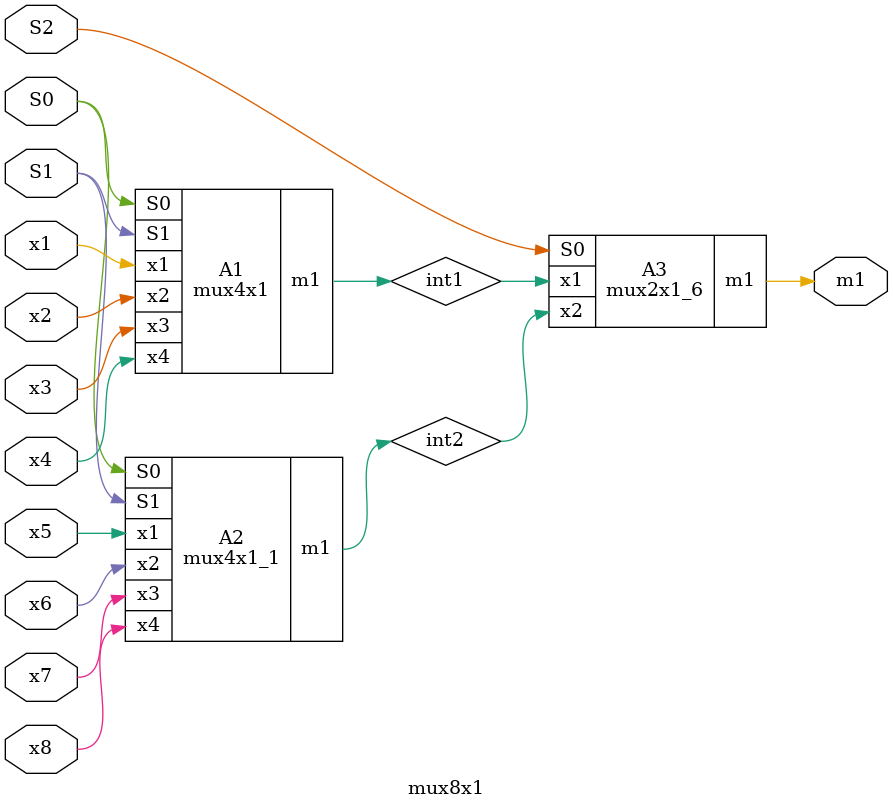
<source format=v>
/*
###############################################################
#  Generated by:      Cadence Innovus 16.21-s078_1
#  OS:                Linux x86_64(Host ID client02)
#  Generated on:      Fri Sep 13 03:11:40 2019
#  Design:            mux8x1
#  Command:           saveNetlist mux8x1-netlist.v
###############################################################
*/
// Generated by Cadence Genus(TM) Synthesis Solution 16.21-s018_1
// Generated on: Sep 12 2019 02:32:33 IST (Sep 11 2019 21:02:33 UTC)
// Verification Directory fv/mux8x1 
module mux2x1 (
	S0, 
	x1, 
	x2, 
	m1);
   input S0;
   input x1;
   input x2;
   output m1;

   MX2X1 g23 (.A(x1),
	.B(x2),
	.S0(S0),
	.Y(m1));
endmodule

module mux2x1_1 (
	S0, 
	x1, 
	x2, 
	m1);
   input S0;
   input x1;
   input x2;
   output m1;

   MX2X1 g23 (.A(x1),
	.B(x2),
	.S0(S0),
	.Y(m1));
endmodule

module mux2x1_2 (
	S0, 
	x1, 
	x2, 
	m1);
   input S0;
   input x1;
   input x2;
   output m1;

   MX2X1 g23 (.A(x1),
	.B(x2),
	.S0(S0),
	.Y(m1));
endmodule

module mux4x1 (
	S0, 
	S1, 
	x1, 
	x2, 
	x3, 
	x4, 
	m1);
   input S0;
   input S1;
   input x1;
   input x2;
   input x3;
   input x4;
   output m1;

   // Internal wires
   wire int1;
   wire int2;

   mux2x1 A1 (.S0(S0),
	.x1(x1),
	.x2(x2),
	.m1(int1));
   mux2x1_1 A2 (.S0(S0),
	.x1(x3),
	.x2(x4),
	.m1(int2));
   mux2x1_2 A3 (.S0(S1),
	.x1(int1),
	.x2(int2),
	.m1(m1));
endmodule

module mux2x1_3 (
	S0, 
	x1, 
	x2, 
	m1);
   input S0;
   input x1;
   input x2;
   output m1;

   MX2X1 g23 (.A(x1),
	.B(x2),
	.S0(S0),
	.Y(m1));
endmodule

module mux2x1_4 (
	S0, 
	x1, 
	x2, 
	m1);
   input S0;
   input x1;
   input x2;
   output m1;

   MX2X1 g23 (.A(x1),
	.B(x2),
	.S0(S0),
	.Y(m1));
endmodule

module mux2x1_5 (
	S0, 
	x1, 
	x2, 
	m1);
   input S0;
   input x1;
   input x2;
   output m1;

   MX2X1 g23 (.A(x1),
	.B(x2),
	.S0(S0),
	.Y(m1));
endmodule

module mux4x1_1 (
	S0, 
	S1, 
	x1, 
	x2, 
	x3, 
	x4, 
	m1);
   input S0;
   input S1;
   input x1;
   input x2;
   input x3;
   input x4;
   output m1;

   // Internal wires
   wire int1;
   wire int2;

   mux2x1_3 A1 (.S0(S0),
	.x1(x1),
	.x2(x2),
	.m1(int1));
   mux2x1_4 A2 (.S0(S0),
	.x1(x3),
	.x2(x4),
	.m1(int2));
   mux2x1_5 A3 (.S0(S1),
	.x1(int1),
	.x2(int2),
	.m1(m1));
endmodule

module mux2x1_6 (
	S0, 
	x1, 
	x2, 
	m1);
   input S0;
   input x1;
   input x2;
   output m1;

   MX2X1 g23 (.A(x1),
	.B(x2),
	.S0(S0),
	.Y(m1));
endmodule

module mux8x1 (
	S0, 
	S1, 
	S2, 
	x1, 
	x2, 
	x3, 
	x4, 
	x5, 
	x6, 
	x7, 
	x8, 
	m1);
   input S0;
   input S1;
   input S2;
   input x1;
   input x2;
   input x3;
   input x4;
   input x5;
   input x6;
   input x7;
   input x8;
   output m1;

   // Internal wires
   wire int1;
   wire int2;

   mux4x1 A1 (.S0(S0),
	.S1(S1),
	.x1(x1),
	.x2(x2),
	.x3(x3),
	.x4(x4),
	.m1(int1));
   mux4x1_1 A2 (.S0(S0),
	.S1(S1),
	.x1(x5),
	.x2(x6),
	.x3(x7),
	.x4(x8),
	.m1(int2));
   mux2x1_6 A3 (.S0(S2),
	.x1(int1),
	.x2(int2),
	.m1(m1));
endmodule


</source>
